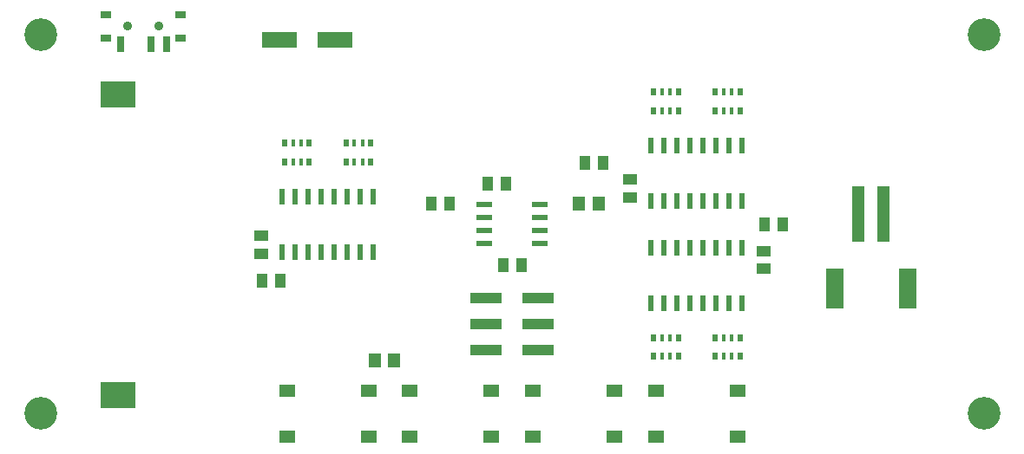
<source format=gbr>
G04 #@! TF.GenerationSoftware,KiCad,Pcbnew,(5.0.0-rc2-dev-482-gf81c77cd4)*
G04 #@! TF.CreationDate,2018-05-10T20:02:33+02:00*
G04 #@! TF.ProjectId,score_board,73636F72655F626F6172642E6B696361,1*
G04 #@! TF.SameCoordinates,Original*
G04 #@! TF.FileFunction,Soldermask,Bot*
G04 #@! TF.FilePolarity,Negative*
%FSLAX46Y46*%
G04 Gerber Fmt 4.6, Leading zero omitted, Abs format (unit mm)*
G04 Created by KiCad (PCBNEW (5.0.0-rc2-dev-482-gf81c77cd4)) date Thu May 10 20:02:33 2018*
%MOMM*%
%LPD*%
G01*
G04 APERTURE LIST*
%ADD10R,3.500000X1.600000*%
%ADD11R,3.150000X1.000000*%
%ADD12R,1.400000X1.120000*%
%ADD13R,1.120000X1.400000*%
%ADD14C,0.900000*%
%ADD15R,0.700000X1.500000*%
%ADD16R,1.000000X0.800000*%
%ADD17R,1.550000X1.300000*%
%ADD18R,1.300000X5.500000*%
%ADD19R,1.800000X3.900000*%
%ADD20R,0.500000X0.800000*%
%ADD21R,0.400000X0.800000*%
%ADD22R,0.600000X1.500000*%
%ADD23R,1.295000X1.400000*%
%ADD24R,1.550000X0.600000*%
%ADD25C,3.200000*%
%ADD26R,3.510000X2.540000*%
G04 APERTURE END LIST*
D10*
X87300000Y-107000000D03*
X92700000Y-107000000D03*
D11*
X112525000Y-132240000D03*
X107475000Y-132240000D03*
X112525000Y-134780000D03*
X107475000Y-134780000D03*
X112525000Y-137320000D03*
X107475000Y-137320000D03*
D12*
X134500000Y-127620000D03*
X134500000Y-129380000D03*
D13*
X136380000Y-125000000D03*
X134620000Y-125000000D03*
X118880000Y-119000000D03*
X117120000Y-119000000D03*
X102120000Y-123000000D03*
X103880000Y-123000000D03*
X109120000Y-129000000D03*
X110880000Y-129000000D03*
D12*
X121500000Y-120620000D03*
X121500000Y-122380000D03*
X85500000Y-127880000D03*
X85500000Y-126120000D03*
D13*
X85620000Y-130500000D03*
X87380000Y-130500000D03*
D14*
X72500000Y-105670000D03*
X75500000Y-105670000D03*
D15*
X71750000Y-107430000D03*
X74750000Y-107430000D03*
X76250000Y-107430000D03*
D16*
X70350000Y-104570000D03*
X77650000Y-104570000D03*
X77650000Y-106780000D03*
X70350000Y-106780000D03*
D17*
X124020000Y-145750000D03*
X124020000Y-141250000D03*
X131980000Y-141250000D03*
X131980000Y-145750000D03*
X107980000Y-145750000D03*
X107980000Y-141250000D03*
X100020000Y-141250000D03*
X100020000Y-145750000D03*
X112020000Y-145750000D03*
X112020000Y-141250000D03*
X119980000Y-141250000D03*
X119980000Y-145750000D03*
X95980000Y-145750000D03*
X95980000Y-141250000D03*
X88020000Y-141250000D03*
X88020000Y-145750000D03*
D18*
X143750000Y-124000000D03*
X146250000Y-124000000D03*
D19*
X141450000Y-131300000D03*
X148550000Y-131300000D03*
D20*
X126200000Y-137900000D03*
D21*
X125400000Y-137900000D03*
D20*
X123800000Y-137900000D03*
D21*
X124600000Y-137900000D03*
D20*
X126200000Y-136100000D03*
D21*
X124600000Y-136100000D03*
X125400000Y-136100000D03*
D20*
X123800000Y-136100000D03*
X126200000Y-113900000D03*
D21*
X124600000Y-113900000D03*
X125400000Y-113900000D03*
D20*
X123800000Y-113900000D03*
D21*
X125400000Y-112100000D03*
D20*
X126200000Y-112100000D03*
D21*
X124600000Y-112100000D03*
D20*
X123800000Y-112100000D03*
X129800000Y-112100000D03*
D21*
X130600000Y-112100000D03*
D20*
X132200000Y-112100000D03*
D21*
X131400000Y-112100000D03*
D20*
X129800000Y-113900000D03*
D21*
X131400000Y-113900000D03*
X130600000Y-113900000D03*
D20*
X132200000Y-113900000D03*
X90200000Y-118900000D03*
D21*
X88600000Y-118900000D03*
X89400000Y-118900000D03*
D20*
X87800000Y-118900000D03*
D21*
X89400000Y-117100000D03*
D20*
X90200000Y-117100000D03*
D21*
X88600000Y-117100000D03*
D20*
X87800000Y-117100000D03*
X93800000Y-117100000D03*
D21*
X94600000Y-117100000D03*
D20*
X96200000Y-117100000D03*
D21*
X95400000Y-117100000D03*
D20*
X93800000Y-118900000D03*
D21*
X95400000Y-118900000D03*
X94600000Y-118900000D03*
D20*
X96200000Y-118900000D03*
X129800000Y-136100000D03*
D21*
X131400000Y-136100000D03*
X130600000Y-136100000D03*
D20*
X132200000Y-136100000D03*
D21*
X130600000Y-137900000D03*
D20*
X129800000Y-137900000D03*
D21*
X131400000Y-137900000D03*
D20*
X132200000Y-137900000D03*
D22*
X87555000Y-127700000D03*
X88825000Y-127700000D03*
X90095000Y-127700000D03*
X91365000Y-127700000D03*
X92635000Y-127700000D03*
X93905000Y-127700000D03*
X95175000Y-127700000D03*
X96445000Y-127700000D03*
X96445000Y-122300000D03*
X95175000Y-122300000D03*
X93905000Y-122300000D03*
X92635000Y-122300000D03*
X91365000Y-122300000D03*
X90095000Y-122300000D03*
X88825000Y-122300000D03*
X87555000Y-122300000D03*
X123555000Y-117300000D03*
X124825000Y-117300000D03*
X126095000Y-117300000D03*
X127365000Y-117300000D03*
X128635000Y-117300000D03*
X129905000Y-117300000D03*
X131175000Y-117300000D03*
X132445000Y-117300000D03*
X132445000Y-122700000D03*
X131175000Y-122700000D03*
X129905000Y-122700000D03*
X128635000Y-122700000D03*
X127365000Y-122700000D03*
X126095000Y-122700000D03*
X124825000Y-122700000D03*
X123555000Y-122700000D03*
D23*
X118467500Y-123000000D03*
X116532500Y-123000000D03*
X98497500Y-138320000D03*
X96562500Y-138320000D03*
D13*
X109380000Y-121000000D03*
X107620000Y-121000000D03*
D22*
X132445000Y-132700000D03*
X131175000Y-132700000D03*
X129905000Y-132700000D03*
X128635000Y-132700000D03*
X127365000Y-132700000D03*
X126095000Y-132700000D03*
X124825000Y-132700000D03*
X123555000Y-132700000D03*
X123555000Y-127300000D03*
X124825000Y-127300000D03*
X126095000Y-127300000D03*
X127365000Y-127300000D03*
X128635000Y-127300000D03*
X129905000Y-127300000D03*
X131175000Y-127300000D03*
X132445000Y-127300000D03*
D24*
X112700000Y-123095000D03*
X112700000Y-124365000D03*
X112700000Y-125635000D03*
X112700000Y-126905000D03*
X107300000Y-126905000D03*
X107300000Y-125635000D03*
X107300000Y-124365000D03*
X107300000Y-123095000D03*
D25*
X64000000Y-143500000D03*
X156000000Y-143500000D03*
X156000000Y-106500000D03*
X64000000Y-106500000D03*
D26*
X71500000Y-112320000D03*
X71500000Y-141680000D03*
M02*

</source>
